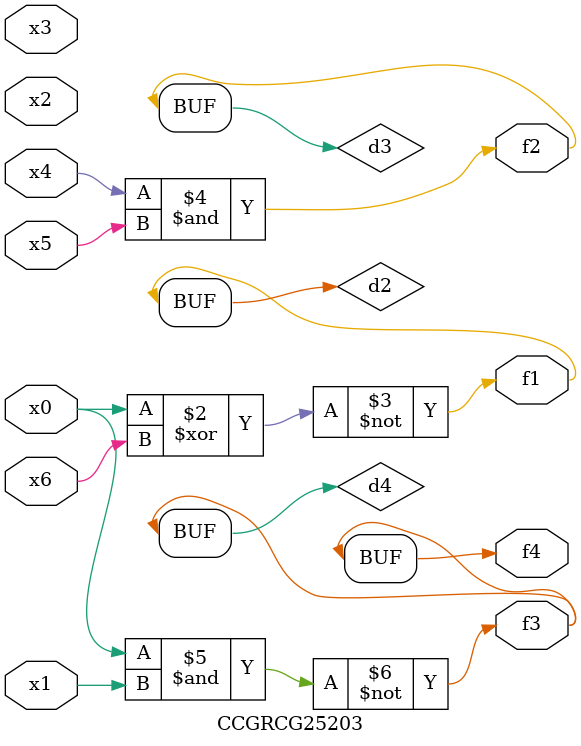
<source format=v>
module CCGRCG25203(
	input x0, x1, x2, x3, x4, x5, x6,
	output f1, f2, f3, f4
);

	wire d1, d2, d3, d4;

	nor (d1, x0);
	xnor (d2, x0, x6);
	and (d3, x4, x5);
	nand (d4, x0, x1);
	assign f1 = d2;
	assign f2 = d3;
	assign f3 = d4;
	assign f4 = d4;
endmodule

</source>
